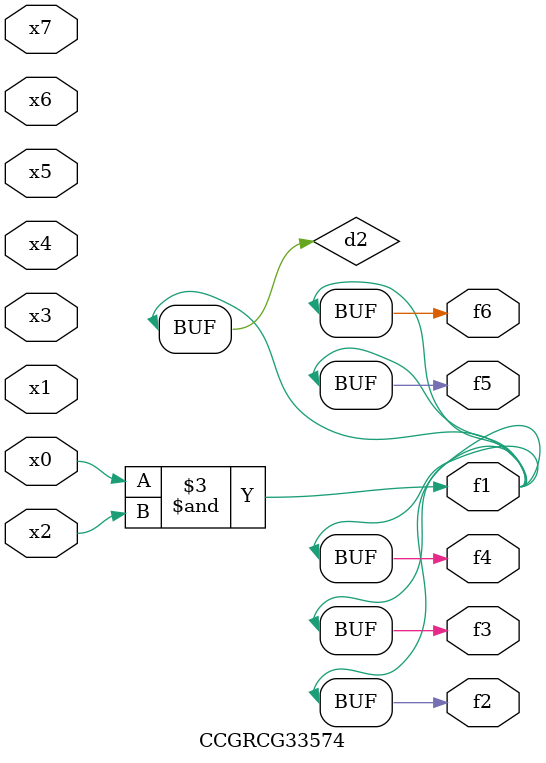
<source format=v>
module CCGRCG33574(
	input x0, x1, x2, x3, x4, x5, x6, x7,
	output f1, f2, f3, f4, f5, f6
);

	wire d1, d2;

	nor (d1, x3, x6);
	and (d2, x0, x2);
	assign f1 = d2;
	assign f2 = d2;
	assign f3 = d2;
	assign f4 = d2;
	assign f5 = d2;
	assign f6 = d2;
endmodule

</source>
